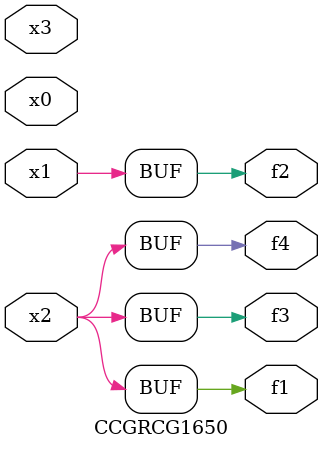
<source format=v>
module CCGRCG1650(
	input x0, x1, x2, x3,
	output f1, f2, f3, f4
);
	assign f1 = x2;
	assign f2 = x1;
	assign f3 = x2;
	assign f4 = x2;
endmodule

</source>
